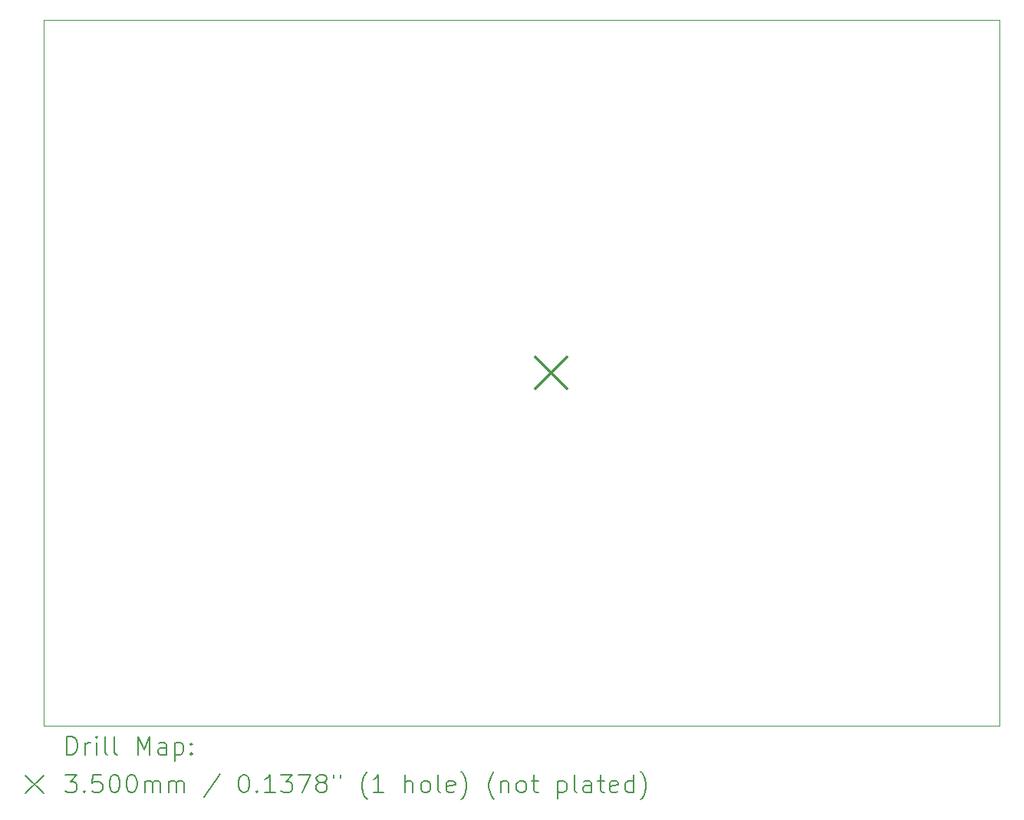
<source format=gbr>
%TF.GenerationSoftware,KiCad,Pcbnew,7.0.9*%
%TF.CreationDate,2024-01-24T18:52:42+01:00*%
%TF.ProjectId,Kicad_Passage_A_niveau_Stockage,4b696361-645f-4506-9173-736167655f41,rev?*%
%TF.SameCoordinates,Original*%
%TF.FileFunction,Drillmap*%
%TF.FilePolarity,Positive*%
%FSLAX45Y45*%
G04 Gerber Fmt 4.5, Leading zero omitted, Abs format (unit mm)*
G04 Created by KiCad (PCBNEW 7.0.9) date 2024-01-24 18:52:42*
%MOMM*%
%LPD*%
G01*
G04 APERTURE LIST*
%ADD10C,0.100000*%
%ADD11C,0.200000*%
%ADD12C,0.350000*%
G04 APERTURE END LIST*
D10*
X17039700Y-10872600D02*
X6489700Y-10872600D01*
X6489700Y-3072600D01*
X17039700Y-3072600D01*
X17039700Y-10872600D01*
D11*
D12*
X11914700Y-6793100D02*
X12264700Y-7143100D01*
X12264700Y-6793100D02*
X11914700Y-7143100D01*
D11*
X6745477Y-11189084D02*
X6745477Y-10989084D01*
X6745477Y-10989084D02*
X6793096Y-10989084D01*
X6793096Y-10989084D02*
X6821667Y-10998608D01*
X6821667Y-10998608D02*
X6840715Y-11017655D01*
X6840715Y-11017655D02*
X6850239Y-11036703D01*
X6850239Y-11036703D02*
X6859762Y-11074798D01*
X6859762Y-11074798D02*
X6859762Y-11103370D01*
X6859762Y-11103370D02*
X6850239Y-11141465D01*
X6850239Y-11141465D02*
X6840715Y-11160512D01*
X6840715Y-11160512D02*
X6821667Y-11179560D01*
X6821667Y-11179560D02*
X6793096Y-11189084D01*
X6793096Y-11189084D02*
X6745477Y-11189084D01*
X6945477Y-11189084D02*
X6945477Y-11055750D01*
X6945477Y-11093846D02*
X6955001Y-11074798D01*
X6955001Y-11074798D02*
X6964524Y-11065274D01*
X6964524Y-11065274D02*
X6983572Y-11055750D01*
X6983572Y-11055750D02*
X7002620Y-11055750D01*
X7069286Y-11189084D02*
X7069286Y-11055750D01*
X7069286Y-10989084D02*
X7059762Y-10998608D01*
X7059762Y-10998608D02*
X7069286Y-11008131D01*
X7069286Y-11008131D02*
X7078810Y-10998608D01*
X7078810Y-10998608D02*
X7069286Y-10989084D01*
X7069286Y-10989084D02*
X7069286Y-11008131D01*
X7193096Y-11189084D02*
X7174048Y-11179560D01*
X7174048Y-11179560D02*
X7164524Y-11160512D01*
X7164524Y-11160512D02*
X7164524Y-10989084D01*
X7297858Y-11189084D02*
X7278810Y-11179560D01*
X7278810Y-11179560D02*
X7269286Y-11160512D01*
X7269286Y-11160512D02*
X7269286Y-10989084D01*
X7526429Y-11189084D02*
X7526429Y-10989084D01*
X7526429Y-10989084D02*
X7593096Y-11131941D01*
X7593096Y-11131941D02*
X7659762Y-10989084D01*
X7659762Y-10989084D02*
X7659762Y-11189084D01*
X7840715Y-11189084D02*
X7840715Y-11084322D01*
X7840715Y-11084322D02*
X7831191Y-11065274D01*
X7831191Y-11065274D02*
X7812143Y-11055750D01*
X7812143Y-11055750D02*
X7774048Y-11055750D01*
X7774048Y-11055750D02*
X7755001Y-11065274D01*
X7840715Y-11179560D02*
X7821667Y-11189084D01*
X7821667Y-11189084D02*
X7774048Y-11189084D01*
X7774048Y-11189084D02*
X7755001Y-11179560D01*
X7755001Y-11179560D02*
X7745477Y-11160512D01*
X7745477Y-11160512D02*
X7745477Y-11141465D01*
X7745477Y-11141465D02*
X7755001Y-11122417D01*
X7755001Y-11122417D02*
X7774048Y-11112893D01*
X7774048Y-11112893D02*
X7821667Y-11112893D01*
X7821667Y-11112893D02*
X7840715Y-11103370D01*
X7935953Y-11055750D02*
X7935953Y-11255750D01*
X7935953Y-11065274D02*
X7955001Y-11055750D01*
X7955001Y-11055750D02*
X7993096Y-11055750D01*
X7993096Y-11055750D02*
X8012143Y-11065274D01*
X8012143Y-11065274D02*
X8021667Y-11074798D01*
X8021667Y-11074798D02*
X8031191Y-11093846D01*
X8031191Y-11093846D02*
X8031191Y-11150989D01*
X8031191Y-11150989D02*
X8021667Y-11170036D01*
X8021667Y-11170036D02*
X8012143Y-11179560D01*
X8012143Y-11179560D02*
X7993096Y-11189084D01*
X7993096Y-11189084D02*
X7955001Y-11189084D01*
X7955001Y-11189084D02*
X7935953Y-11179560D01*
X8116905Y-11170036D02*
X8126429Y-11179560D01*
X8126429Y-11179560D02*
X8116905Y-11189084D01*
X8116905Y-11189084D02*
X8107382Y-11179560D01*
X8107382Y-11179560D02*
X8116905Y-11170036D01*
X8116905Y-11170036D02*
X8116905Y-11189084D01*
X8116905Y-11065274D02*
X8126429Y-11074798D01*
X8126429Y-11074798D02*
X8116905Y-11084322D01*
X8116905Y-11084322D02*
X8107382Y-11074798D01*
X8107382Y-11074798D02*
X8116905Y-11065274D01*
X8116905Y-11065274D02*
X8116905Y-11084322D01*
X6284700Y-11417600D02*
X6484700Y-11617600D01*
X6484700Y-11417600D02*
X6284700Y-11617600D01*
X6726429Y-11409084D02*
X6850239Y-11409084D01*
X6850239Y-11409084D02*
X6783572Y-11485274D01*
X6783572Y-11485274D02*
X6812143Y-11485274D01*
X6812143Y-11485274D02*
X6831191Y-11494798D01*
X6831191Y-11494798D02*
X6840715Y-11504322D01*
X6840715Y-11504322D02*
X6850239Y-11523369D01*
X6850239Y-11523369D02*
X6850239Y-11570988D01*
X6850239Y-11570988D02*
X6840715Y-11590036D01*
X6840715Y-11590036D02*
X6831191Y-11599560D01*
X6831191Y-11599560D02*
X6812143Y-11609084D01*
X6812143Y-11609084D02*
X6755001Y-11609084D01*
X6755001Y-11609084D02*
X6735953Y-11599560D01*
X6735953Y-11599560D02*
X6726429Y-11590036D01*
X6935953Y-11590036D02*
X6945477Y-11599560D01*
X6945477Y-11599560D02*
X6935953Y-11609084D01*
X6935953Y-11609084D02*
X6926429Y-11599560D01*
X6926429Y-11599560D02*
X6935953Y-11590036D01*
X6935953Y-11590036D02*
X6935953Y-11609084D01*
X7126429Y-11409084D02*
X7031191Y-11409084D01*
X7031191Y-11409084D02*
X7021667Y-11504322D01*
X7021667Y-11504322D02*
X7031191Y-11494798D01*
X7031191Y-11494798D02*
X7050239Y-11485274D01*
X7050239Y-11485274D02*
X7097858Y-11485274D01*
X7097858Y-11485274D02*
X7116905Y-11494798D01*
X7116905Y-11494798D02*
X7126429Y-11504322D01*
X7126429Y-11504322D02*
X7135953Y-11523369D01*
X7135953Y-11523369D02*
X7135953Y-11570988D01*
X7135953Y-11570988D02*
X7126429Y-11590036D01*
X7126429Y-11590036D02*
X7116905Y-11599560D01*
X7116905Y-11599560D02*
X7097858Y-11609084D01*
X7097858Y-11609084D02*
X7050239Y-11609084D01*
X7050239Y-11609084D02*
X7031191Y-11599560D01*
X7031191Y-11599560D02*
X7021667Y-11590036D01*
X7259762Y-11409084D02*
X7278810Y-11409084D01*
X7278810Y-11409084D02*
X7297858Y-11418608D01*
X7297858Y-11418608D02*
X7307382Y-11428131D01*
X7307382Y-11428131D02*
X7316905Y-11447179D01*
X7316905Y-11447179D02*
X7326429Y-11485274D01*
X7326429Y-11485274D02*
X7326429Y-11532893D01*
X7326429Y-11532893D02*
X7316905Y-11570988D01*
X7316905Y-11570988D02*
X7307382Y-11590036D01*
X7307382Y-11590036D02*
X7297858Y-11599560D01*
X7297858Y-11599560D02*
X7278810Y-11609084D01*
X7278810Y-11609084D02*
X7259762Y-11609084D01*
X7259762Y-11609084D02*
X7240715Y-11599560D01*
X7240715Y-11599560D02*
X7231191Y-11590036D01*
X7231191Y-11590036D02*
X7221667Y-11570988D01*
X7221667Y-11570988D02*
X7212143Y-11532893D01*
X7212143Y-11532893D02*
X7212143Y-11485274D01*
X7212143Y-11485274D02*
X7221667Y-11447179D01*
X7221667Y-11447179D02*
X7231191Y-11428131D01*
X7231191Y-11428131D02*
X7240715Y-11418608D01*
X7240715Y-11418608D02*
X7259762Y-11409084D01*
X7450239Y-11409084D02*
X7469286Y-11409084D01*
X7469286Y-11409084D02*
X7488334Y-11418608D01*
X7488334Y-11418608D02*
X7497858Y-11428131D01*
X7497858Y-11428131D02*
X7507382Y-11447179D01*
X7507382Y-11447179D02*
X7516905Y-11485274D01*
X7516905Y-11485274D02*
X7516905Y-11532893D01*
X7516905Y-11532893D02*
X7507382Y-11570988D01*
X7507382Y-11570988D02*
X7497858Y-11590036D01*
X7497858Y-11590036D02*
X7488334Y-11599560D01*
X7488334Y-11599560D02*
X7469286Y-11609084D01*
X7469286Y-11609084D02*
X7450239Y-11609084D01*
X7450239Y-11609084D02*
X7431191Y-11599560D01*
X7431191Y-11599560D02*
X7421667Y-11590036D01*
X7421667Y-11590036D02*
X7412143Y-11570988D01*
X7412143Y-11570988D02*
X7402620Y-11532893D01*
X7402620Y-11532893D02*
X7402620Y-11485274D01*
X7402620Y-11485274D02*
X7412143Y-11447179D01*
X7412143Y-11447179D02*
X7421667Y-11428131D01*
X7421667Y-11428131D02*
X7431191Y-11418608D01*
X7431191Y-11418608D02*
X7450239Y-11409084D01*
X7602620Y-11609084D02*
X7602620Y-11475750D01*
X7602620Y-11494798D02*
X7612143Y-11485274D01*
X7612143Y-11485274D02*
X7631191Y-11475750D01*
X7631191Y-11475750D02*
X7659763Y-11475750D01*
X7659763Y-11475750D02*
X7678810Y-11485274D01*
X7678810Y-11485274D02*
X7688334Y-11504322D01*
X7688334Y-11504322D02*
X7688334Y-11609084D01*
X7688334Y-11504322D02*
X7697858Y-11485274D01*
X7697858Y-11485274D02*
X7716905Y-11475750D01*
X7716905Y-11475750D02*
X7745477Y-11475750D01*
X7745477Y-11475750D02*
X7764524Y-11485274D01*
X7764524Y-11485274D02*
X7774048Y-11504322D01*
X7774048Y-11504322D02*
X7774048Y-11609084D01*
X7869286Y-11609084D02*
X7869286Y-11475750D01*
X7869286Y-11494798D02*
X7878810Y-11485274D01*
X7878810Y-11485274D02*
X7897858Y-11475750D01*
X7897858Y-11475750D02*
X7926429Y-11475750D01*
X7926429Y-11475750D02*
X7945477Y-11485274D01*
X7945477Y-11485274D02*
X7955001Y-11504322D01*
X7955001Y-11504322D02*
X7955001Y-11609084D01*
X7955001Y-11504322D02*
X7964524Y-11485274D01*
X7964524Y-11485274D02*
X7983572Y-11475750D01*
X7983572Y-11475750D02*
X8012143Y-11475750D01*
X8012143Y-11475750D02*
X8031191Y-11485274D01*
X8031191Y-11485274D02*
X8040715Y-11504322D01*
X8040715Y-11504322D02*
X8040715Y-11609084D01*
X8431191Y-11399560D02*
X8259763Y-11656703D01*
X8688334Y-11409084D02*
X8707382Y-11409084D01*
X8707382Y-11409084D02*
X8726429Y-11418608D01*
X8726429Y-11418608D02*
X8735953Y-11428131D01*
X8735953Y-11428131D02*
X8745477Y-11447179D01*
X8745477Y-11447179D02*
X8755001Y-11485274D01*
X8755001Y-11485274D02*
X8755001Y-11532893D01*
X8755001Y-11532893D02*
X8745477Y-11570988D01*
X8745477Y-11570988D02*
X8735953Y-11590036D01*
X8735953Y-11590036D02*
X8726429Y-11599560D01*
X8726429Y-11599560D02*
X8707382Y-11609084D01*
X8707382Y-11609084D02*
X8688334Y-11609084D01*
X8688334Y-11609084D02*
X8669287Y-11599560D01*
X8669287Y-11599560D02*
X8659763Y-11590036D01*
X8659763Y-11590036D02*
X8650239Y-11570988D01*
X8650239Y-11570988D02*
X8640715Y-11532893D01*
X8640715Y-11532893D02*
X8640715Y-11485274D01*
X8640715Y-11485274D02*
X8650239Y-11447179D01*
X8650239Y-11447179D02*
X8659763Y-11428131D01*
X8659763Y-11428131D02*
X8669287Y-11418608D01*
X8669287Y-11418608D02*
X8688334Y-11409084D01*
X8840715Y-11590036D02*
X8850239Y-11599560D01*
X8850239Y-11599560D02*
X8840715Y-11609084D01*
X8840715Y-11609084D02*
X8831191Y-11599560D01*
X8831191Y-11599560D02*
X8840715Y-11590036D01*
X8840715Y-11590036D02*
X8840715Y-11609084D01*
X9040715Y-11609084D02*
X8926429Y-11609084D01*
X8983572Y-11609084D02*
X8983572Y-11409084D01*
X8983572Y-11409084D02*
X8964525Y-11437655D01*
X8964525Y-11437655D02*
X8945477Y-11456703D01*
X8945477Y-11456703D02*
X8926429Y-11466227D01*
X9107382Y-11409084D02*
X9231191Y-11409084D01*
X9231191Y-11409084D02*
X9164525Y-11485274D01*
X9164525Y-11485274D02*
X9193096Y-11485274D01*
X9193096Y-11485274D02*
X9212144Y-11494798D01*
X9212144Y-11494798D02*
X9221668Y-11504322D01*
X9221668Y-11504322D02*
X9231191Y-11523369D01*
X9231191Y-11523369D02*
X9231191Y-11570988D01*
X9231191Y-11570988D02*
X9221668Y-11590036D01*
X9221668Y-11590036D02*
X9212144Y-11599560D01*
X9212144Y-11599560D02*
X9193096Y-11609084D01*
X9193096Y-11609084D02*
X9135953Y-11609084D01*
X9135953Y-11609084D02*
X9116906Y-11599560D01*
X9116906Y-11599560D02*
X9107382Y-11590036D01*
X9297858Y-11409084D02*
X9431191Y-11409084D01*
X9431191Y-11409084D02*
X9345477Y-11609084D01*
X9535953Y-11494798D02*
X9516906Y-11485274D01*
X9516906Y-11485274D02*
X9507382Y-11475750D01*
X9507382Y-11475750D02*
X9497858Y-11456703D01*
X9497858Y-11456703D02*
X9497858Y-11447179D01*
X9497858Y-11447179D02*
X9507382Y-11428131D01*
X9507382Y-11428131D02*
X9516906Y-11418608D01*
X9516906Y-11418608D02*
X9535953Y-11409084D01*
X9535953Y-11409084D02*
X9574049Y-11409084D01*
X9574049Y-11409084D02*
X9593096Y-11418608D01*
X9593096Y-11418608D02*
X9602620Y-11428131D01*
X9602620Y-11428131D02*
X9612144Y-11447179D01*
X9612144Y-11447179D02*
X9612144Y-11456703D01*
X9612144Y-11456703D02*
X9602620Y-11475750D01*
X9602620Y-11475750D02*
X9593096Y-11485274D01*
X9593096Y-11485274D02*
X9574049Y-11494798D01*
X9574049Y-11494798D02*
X9535953Y-11494798D01*
X9535953Y-11494798D02*
X9516906Y-11504322D01*
X9516906Y-11504322D02*
X9507382Y-11513846D01*
X9507382Y-11513846D02*
X9497858Y-11532893D01*
X9497858Y-11532893D02*
X9497858Y-11570988D01*
X9497858Y-11570988D02*
X9507382Y-11590036D01*
X9507382Y-11590036D02*
X9516906Y-11599560D01*
X9516906Y-11599560D02*
X9535953Y-11609084D01*
X9535953Y-11609084D02*
X9574049Y-11609084D01*
X9574049Y-11609084D02*
X9593096Y-11599560D01*
X9593096Y-11599560D02*
X9602620Y-11590036D01*
X9602620Y-11590036D02*
X9612144Y-11570988D01*
X9612144Y-11570988D02*
X9612144Y-11532893D01*
X9612144Y-11532893D02*
X9602620Y-11513846D01*
X9602620Y-11513846D02*
X9593096Y-11504322D01*
X9593096Y-11504322D02*
X9574049Y-11494798D01*
X9688334Y-11409084D02*
X9688334Y-11447179D01*
X9764525Y-11409084D02*
X9764525Y-11447179D01*
X10059763Y-11685274D02*
X10050239Y-11675750D01*
X10050239Y-11675750D02*
X10031191Y-11647179D01*
X10031191Y-11647179D02*
X10021668Y-11628131D01*
X10021668Y-11628131D02*
X10012144Y-11599560D01*
X10012144Y-11599560D02*
X10002620Y-11551941D01*
X10002620Y-11551941D02*
X10002620Y-11513846D01*
X10002620Y-11513846D02*
X10012144Y-11466227D01*
X10012144Y-11466227D02*
X10021668Y-11437655D01*
X10021668Y-11437655D02*
X10031191Y-11418608D01*
X10031191Y-11418608D02*
X10050239Y-11390036D01*
X10050239Y-11390036D02*
X10059763Y-11380512D01*
X10240715Y-11609084D02*
X10126430Y-11609084D01*
X10183572Y-11609084D02*
X10183572Y-11409084D01*
X10183572Y-11409084D02*
X10164525Y-11437655D01*
X10164525Y-11437655D02*
X10145477Y-11456703D01*
X10145477Y-11456703D02*
X10126430Y-11466227D01*
X10478811Y-11609084D02*
X10478811Y-11409084D01*
X10564525Y-11609084D02*
X10564525Y-11504322D01*
X10564525Y-11504322D02*
X10555001Y-11485274D01*
X10555001Y-11485274D02*
X10535953Y-11475750D01*
X10535953Y-11475750D02*
X10507382Y-11475750D01*
X10507382Y-11475750D02*
X10488334Y-11485274D01*
X10488334Y-11485274D02*
X10478811Y-11494798D01*
X10688334Y-11609084D02*
X10669287Y-11599560D01*
X10669287Y-11599560D02*
X10659763Y-11590036D01*
X10659763Y-11590036D02*
X10650239Y-11570988D01*
X10650239Y-11570988D02*
X10650239Y-11513846D01*
X10650239Y-11513846D02*
X10659763Y-11494798D01*
X10659763Y-11494798D02*
X10669287Y-11485274D01*
X10669287Y-11485274D02*
X10688334Y-11475750D01*
X10688334Y-11475750D02*
X10716906Y-11475750D01*
X10716906Y-11475750D02*
X10735953Y-11485274D01*
X10735953Y-11485274D02*
X10745477Y-11494798D01*
X10745477Y-11494798D02*
X10755001Y-11513846D01*
X10755001Y-11513846D02*
X10755001Y-11570988D01*
X10755001Y-11570988D02*
X10745477Y-11590036D01*
X10745477Y-11590036D02*
X10735953Y-11599560D01*
X10735953Y-11599560D02*
X10716906Y-11609084D01*
X10716906Y-11609084D02*
X10688334Y-11609084D01*
X10869287Y-11609084D02*
X10850239Y-11599560D01*
X10850239Y-11599560D02*
X10840715Y-11580512D01*
X10840715Y-11580512D02*
X10840715Y-11409084D01*
X11021668Y-11599560D02*
X11002620Y-11609084D01*
X11002620Y-11609084D02*
X10964525Y-11609084D01*
X10964525Y-11609084D02*
X10945477Y-11599560D01*
X10945477Y-11599560D02*
X10935953Y-11580512D01*
X10935953Y-11580512D02*
X10935953Y-11504322D01*
X10935953Y-11504322D02*
X10945477Y-11485274D01*
X10945477Y-11485274D02*
X10964525Y-11475750D01*
X10964525Y-11475750D02*
X11002620Y-11475750D01*
X11002620Y-11475750D02*
X11021668Y-11485274D01*
X11021668Y-11485274D02*
X11031192Y-11504322D01*
X11031192Y-11504322D02*
X11031192Y-11523369D01*
X11031192Y-11523369D02*
X10935953Y-11542417D01*
X11097858Y-11685274D02*
X11107382Y-11675750D01*
X11107382Y-11675750D02*
X11126430Y-11647179D01*
X11126430Y-11647179D02*
X11135953Y-11628131D01*
X11135953Y-11628131D02*
X11145477Y-11599560D01*
X11145477Y-11599560D02*
X11155001Y-11551941D01*
X11155001Y-11551941D02*
X11155001Y-11513846D01*
X11155001Y-11513846D02*
X11145477Y-11466227D01*
X11145477Y-11466227D02*
X11135953Y-11437655D01*
X11135953Y-11437655D02*
X11126430Y-11418608D01*
X11126430Y-11418608D02*
X11107382Y-11390036D01*
X11107382Y-11390036D02*
X11097858Y-11380512D01*
X11459763Y-11685274D02*
X11450239Y-11675750D01*
X11450239Y-11675750D02*
X11431191Y-11647179D01*
X11431191Y-11647179D02*
X11421668Y-11628131D01*
X11421668Y-11628131D02*
X11412144Y-11599560D01*
X11412144Y-11599560D02*
X11402620Y-11551941D01*
X11402620Y-11551941D02*
X11402620Y-11513846D01*
X11402620Y-11513846D02*
X11412144Y-11466227D01*
X11412144Y-11466227D02*
X11421668Y-11437655D01*
X11421668Y-11437655D02*
X11431191Y-11418608D01*
X11431191Y-11418608D02*
X11450239Y-11390036D01*
X11450239Y-11390036D02*
X11459763Y-11380512D01*
X11535953Y-11475750D02*
X11535953Y-11609084D01*
X11535953Y-11494798D02*
X11545477Y-11485274D01*
X11545477Y-11485274D02*
X11564525Y-11475750D01*
X11564525Y-11475750D02*
X11593096Y-11475750D01*
X11593096Y-11475750D02*
X11612144Y-11485274D01*
X11612144Y-11485274D02*
X11621668Y-11504322D01*
X11621668Y-11504322D02*
X11621668Y-11609084D01*
X11745477Y-11609084D02*
X11726430Y-11599560D01*
X11726430Y-11599560D02*
X11716906Y-11590036D01*
X11716906Y-11590036D02*
X11707382Y-11570988D01*
X11707382Y-11570988D02*
X11707382Y-11513846D01*
X11707382Y-11513846D02*
X11716906Y-11494798D01*
X11716906Y-11494798D02*
X11726430Y-11485274D01*
X11726430Y-11485274D02*
X11745477Y-11475750D01*
X11745477Y-11475750D02*
X11774049Y-11475750D01*
X11774049Y-11475750D02*
X11793096Y-11485274D01*
X11793096Y-11485274D02*
X11802620Y-11494798D01*
X11802620Y-11494798D02*
X11812144Y-11513846D01*
X11812144Y-11513846D02*
X11812144Y-11570988D01*
X11812144Y-11570988D02*
X11802620Y-11590036D01*
X11802620Y-11590036D02*
X11793096Y-11599560D01*
X11793096Y-11599560D02*
X11774049Y-11609084D01*
X11774049Y-11609084D02*
X11745477Y-11609084D01*
X11869287Y-11475750D02*
X11945477Y-11475750D01*
X11897858Y-11409084D02*
X11897858Y-11580512D01*
X11897858Y-11580512D02*
X11907382Y-11599560D01*
X11907382Y-11599560D02*
X11926430Y-11609084D01*
X11926430Y-11609084D02*
X11945477Y-11609084D01*
X12164525Y-11475750D02*
X12164525Y-11675750D01*
X12164525Y-11485274D02*
X12183572Y-11475750D01*
X12183572Y-11475750D02*
X12221668Y-11475750D01*
X12221668Y-11475750D02*
X12240715Y-11485274D01*
X12240715Y-11485274D02*
X12250239Y-11494798D01*
X12250239Y-11494798D02*
X12259763Y-11513846D01*
X12259763Y-11513846D02*
X12259763Y-11570988D01*
X12259763Y-11570988D02*
X12250239Y-11590036D01*
X12250239Y-11590036D02*
X12240715Y-11599560D01*
X12240715Y-11599560D02*
X12221668Y-11609084D01*
X12221668Y-11609084D02*
X12183572Y-11609084D01*
X12183572Y-11609084D02*
X12164525Y-11599560D01*
X12374049Y-11609084D02*
X12355001Y-11599560D01*
X12355001Y-11599560D02*
X12345477Y-11580512D01*
X12345477Y-11580512D02*
X12345477Y-11409084D01*
X12535953Y-11609084D02*
X12535953Y-11504322D01*
X12535953Y-11504322D02*
X12526430Y-11485274D01*
X12526430Y-11485274D02*
X12507382Y-11475750D01*
X12507382Y-11475750D02*
X12469287Y-11475750D01*
X12469287Y-11475750D02*
X12450239Y-11485274D01*
X12535953Y-11599560D02*
X12516906Y-11609084D01*
X12516906Y-11609084D02*
X12469287Y-11609084D01*
X12469287Y-11609084D02*
X12450239Y-11599560D01*
X12450239Y-11599560D02*
X12440715Y-11580512D01*
X12440715Y-11580512D02*
X12440715Y-11561465D01*
X12440715Y-11561465D02*
X12450239Y-11542417D01*
X12450239Y-11542417D02*
X12469287Y-11532893D01*
X12469287Y-11532893D02*
X12516906Y-11532893D01*
X12516906Y-11532893D02*
X12535953Y-11523369D01*
X12602620Y-11475750D02*
X12678811Y-11475750D01*
X12631192Y-11409084D02*
X12631192Y-11580512D01*
X12631192Y-11580512D02*
X12640715Y-11599560D01*
X12640715Y-11599560D02*
X12659763Y-11609084D01*
X12659763Y-11609084D02*
X12678811Y-11609084D01*
X12821668Y-11599560D02*
X12802620Y-11609084D01*
X12802620Y-11609084D02*
X12764525Y-11609084D01*
X12764525Y-11609084D02*
X12745477Y-11599560D01*
X12745477Y-11599560D02*
X12735953Y-11580512D01*
X12735953Y-11580512D02*
X12735953Y-11504322D01*
X12735953Y-11504322D02*
X12745477Y-11485274D01*
X12745477Y-11485274D02*
X12764525Y-11475750D01*
X12764525Y-11475750D02*
X12802620Y-11475750D01*
X12802620Y-11475750D02*
X12821668Y-11485274D01*
X12821668Y-11485274D02*
X12831192Y-11504322D01*
X12831192Y-11504322D02*
X12831192Y-11523369D01*
X12831192Y-11523369D02*
X12735953Y-11542417D01*
X13002620Y-11609084D02*
X13002620Y-11409084D01*
X13002620Y-11599560D02*
X12983573Y-11609084D01*
X12983573Y-11609084D02*
X12945477Y-11609084D01*
X12945477Y-11609084D02*
X12926430Y-11599560D01*
X12926430Y-11599560D02*
X12916906Y-11590036D01*
X12916906Y-11590036D02*
X12907382Y-11570988D01*
X12907382Y-11570988D02*
X12907382Y-11513846D01*
X12907382Y-11513846D02*
X12916906Y-11494798D01*
X12916906Y-11494798D02*
X12926430Y-11485274D01*
X12926430Y-11485274D02*
X12945477Y-11475750D01*
X12945477Y-11475750D02*
X12983573Y-11475750D01*
X12983573Y-11475750D02*
X13002620Y-11485274D01*
X13078811Y-11685274D02*
X13088334Y-11675750D01*
X13088334Y-11675750D02*
X13107382Y-11647179D01*
X13107382Y-11647179D02*
X13116906Y-11628131D01*
X13116906Y-11628131D02*
X13126430Y-11599560D01*
X13126430Y-11599560D02*
X13135953Y-11551941D01*
X13135953Y-11551941D02*
X13135953Y-11513846D01*
X13135953Y-11513846D02*
X13126430Y-11466227D01*
X13126430Y-11466227D02*
X13116906Y-11437655D01*
X13116906Y-11437655D02*
X13107382Y-11418608D01*
X13107382Y-11418608D02*
X13088334Y-11390036D01*
X13088334Y-11390036D02*
X13078811Y-11380512D01*
M02*

</source>
